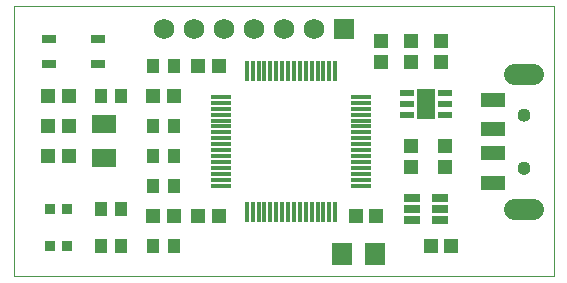
<source format=gts>
G75*
%MOIN*%
%OFA0B0*%
%FSLAX25Y25*%
%IPPOS*%
%LPD*%
%AMOC8*
5,1,8,0,0,1.08239X$1,22.5*
%
%ADD10C,0.00000*%
%ADD11R,0.06693X0.01575*%
%ADD12R,0.01575X0.06693*%
%ADD13R,0.04724X0.01969*%
%ADD14R,0.06496X0.10039*%
%ADD15R,0.04652X0.04534*%
%ADD16R,0.06699X0.07487*%
%ADD17R,0.04534X0.04652*%
%ADD18R,0.04337X0.04731*%
%ADD19R,0.07880X0.06306*%
%ADD20R,0.04528X0.02953*%
%ADD21R,0.05167X0.02657*%
%ADD22R,0.06900X0.06900*%
%ADD23C,0.06900*%
%ADD24C,0.07000*%
%ADD25C,0.04337*%
%ADD26R,0.08274X0.05124*%
%ADD27R,0.03550X0.03550*%
D10*
X0024428Y0011800D02*
X0024428Y0101800D01*
X0204428Y0101800D01*
X0204428Y0011800D01*
X0024428Y0011800D01*
X0192459Y0047942D02*
X0192461Y0048030D01*
X0192467Y0048118D01*
X0192477Y0048206D01*
X0192491Y0048294D01*
X0192508Y0048380D01*
X0192530Y0048466D01*
X0192555Y0048550D01*
X0192585Y0048634D01*
X0192617Y0048716D01*
X0192654Y0048796D01*
X0192694Y0048875D01*
X0192738Y0048952D01*
X0192785Y0049027D01*
X0192835Y0049099D01*
X0192889Y0049170D01*
X0192945Y0049237D01*
X0193005Y0049303D01*
X0193067Y0049365D01*
X0193133Y0049425D01*
X0193200Y0049481D01*
X0193271Y0049535D01*
X0193343Y0049585D01*
X0193418Y0049632D01*
X0193495Y0049676D01*
X0193574Y0049716D01*
X0193654Y0049753D01*
X0193736Y0049785D01*
X0193820Y0049815D01*
X0193904Y0049840D01*
X0193990Y0049862D01*
X0194076Y0049879D01*
X0194164Y0049893D01*
X0194252Y0049903D01*
X0194340Y0049909D01*
X0194428Y0049911D01*
X0194516Y0049909D01*
X0194604Y0049903D01*
X0194692Y0049893D01*
X0194780Y0049879D01*
X0194866Y0049862D01*
X0194952Y0049840D01*
X0195036Y0049815D01*
X0195120Y0049785D01*
X0195202Y0049753D01*
X0195282Y0049716D01*
X0195361Y0049676D01*
X0195438Y0049632D01*
X0195513Y0049585D01*
X0195585Y0049535D01*
X0195656Y0049481D01*
X0195723Y0049425D01*
X0195789Y0049365D01*
X0195851Y0049303D01*
X0195911Y0049237D01*
X0195967Y0049170D01*
X0196021Y0049099D01*
X0196071Y0049027D01*
X0196118Y0048952D01*
X0196162Y0048875D01*
X0196202Y0048796D01*
X0196239Y0048716D01*
X0196271Y0048634D01*
X0196301Y0048550D01*
X0196326Y0048466D01*
X0196348Y0048380D01*
X0196365Y0048294D01*
X0196379Y0048206D01*
X0196389Y0048118D01*
X0196395Y0048030D01*
X0196397Y0047942D01*
X0196395Y0047854D01*
X0196389Y0047766D01*
X0196379Y0047678D01*
X0196365Y0047590D01*
X0196348Y0047504D01*
X0196326Y0047418D01*
X0196301Y0047334D01*
X0196271Y0047250D01*
X0196239Y0047168D01*
X0196202Y0047088D01*
X0196162Y0047009D01*
X0196118Y0046932D01*
X0196071Y0046857D01*
X0196021Y0046785D01*
X0195967Y0046714D01*
X0195911Y0046647D01*
X0195851Y0046581D01*
X0195789Y0046519D01*
X0195723Y0046459D01*
X0195656Y0046403D01*
X0195585Y0046349D01*
X0195513Y0046299D01*
X0195438Y0046252D01*
X0195361Y0046208D01*
X0195282Y0046168D01*
X0195202Y0046131D01*
X0195120Y0046099D01*
X0195036Y0046069D01*
X0194952Y0046044D01*
X0194866Y0046022D01*
X0194780Y0046005D01*
X0194692Y0045991D01*
X0194604Y0045981D01*
X0194516Y0045975D01*
X0194428Y0045973D01*
X0194340Y0045975D01*
X0194252Y0045981D01*
X0194164Y0045991D01*
X0194076Y0046005D01*
X0193990Y0046022D01*
X0193904Y0046044D01*
X0193820Y0046069D01*
X0193736Y0046099D01*
X0193654Y0046131D01*
X0193574Y0046168D01*
X0193495Y0046208D01*
X0193418Y0046252D01*
X0193343Y0046299D01*
X0193271Y0046349D01*
X0193200Y0046403D01*
X0193133Y0046459D01*
X0193067Y0046519D01*
X0193005Y0046581D01*
X0192945Y0046647D01*
X0192889Y0046714D01*
X0192835Y0046785D01*
X0192785Y0046857D01*
X0192738Y0046932D01*
X0192694Y0047009D01*
X0192654Y0047088D01*
X0192617Y0047168D01*
X0192585Y0047250D01*
X0192555Y0047334D01*
X0192530Y0047418D01*
X0192508Y0047504D01*
X0192491Y0047590D01*
X0192477Y0047678D01*
X0192467Y0047766D01*
X0192461Y0047854D01*
X0192459Y0047942D01*
X0192459Y0065658D02*
X0192461Y0065746D01*
X0192467Y0065834D01*
X0192477Y0065922D01*
X0192491Y0066010D01*
X0192508Y0066096D01*
X0192530Y0066182D01*
X0192555Y0066266D01*
X0192585Y0066350D01*
X0192617Y0066432D01*
X0192654Y0066512D01*
X0192694Y0066591D01*
X0192738Y0066668D01*
X0192785Y0066743D01*
X0192835Y0066815D01*
X0192889Y0066886D01*
X0192945Y0066953D01*
X0193005Y0067019D01*
X0193067Y0067081D01*
X0193133Y0067141D01*
X0193200Y0067197D01*
X0193271Y0067251D01*
X0193343Y0067301D01*
X0193418Y0067348D01*
X0193495Y0067392D01*
X0193574Y0067432D01*
X0193654Y0067469D01*
X0193736Y0067501D01*
X0193820Y0067531D01*
X0193904Y0067556D01*
X0193990Y0067578D01*
X0194076Y0067595D01*
X0194164Y0067609D01*
X0194252Y0067619D01*
X0194340Y0067625D01*
X0194428Y0067627D01*
X0194516Y0067625D01*
X0194604Y0067619D01*
X0194692Y0067609D01*
X0194780Y0067595D01*
X0194866Y0067578D01*
X0194952Y0067556D01*
X0195036Y0067531D01*
X0195120Y0067501D01*
X0195202Y0067469D01*
X0195282Y0067432D01*
X0195361Y0067392D01*
X0195438Y0067348D01*
X0195513Y0067301D01*
X0195585Y0067251D01*
X0195656Y0067197D01*
X0195723Y0067141D01*
X0195789Y0067081D01*
X0195851Y0067019D01*
X0195911Y0066953D01*
X0195967Y0066886D01*
X0196021Y0066815D01*
X0196071Y0066743D01*
X0196118Y0066668D01*
X0196162Y0066591D01*
X0196202Y0066512D01*
X0196239Y0066432D01*
X0196271Y0066350D01*
X0196301Y0066266D01*
X0196326Y0066182D01*
X0196348Y0066096D01*
X0196365Y0066010D01*
X0196379Y0065922D01*
X0196389Y0065834D01*
X0196395Y0065746D01*
X0196397Y0065658D01*
X0196395Y0065570D01*
X0196389Y0065482D01*
X0196379Y0065394D01*
X0196365Y0065306D01*
X0196348Y0065220D01*
X0196326Y0065134D01*
X0196301Y0065050D01*
X0196271Y0064966D01*
X0196239Y0064884D01*
X0196202Y0064804D01*
X0196162Y0064725D01*
X0196118Y0064648D01*
X0196071Y0064573D01*
X0196021Y0064501D01*
X0195967Y0064430D01*
X0195911Y0064363D01*
X0195851Y0064297D01*
X0195789Y0064235D01*
X0195723Y0064175D01*
X0195656Y0064119D01*
X0195585Y0064065D01*
X0195513Y0064015D01*
X0195438Y0063968D01*
X0195361Y0063924D01*
X0195282Y0063884D01*
X0195202Y0063847D01*
X0195120Y0063815D01*
X0195036Y0063785D01*
X0194952Y0063760D01*
X0194866Y0063738D01*
X0194780Y0063721D01*
X0194692Y0063707D01*
X0194604Y0063697D01*
X0194516Y0063691D01*
X0194428Y0063689D01*
X0194340Y0063691D01*
X0194252Y0063697D01*
X0194164Y0063707D01*
X0194076Y0063721D01*
X0193990Y0063738D01*
X0193904Y0063760D01*
X0193820Y0063785D01*
X0193736Y0063815D01*
X0193654Y0063847D01*
X0193574Y0063884D01*
X0193495Y0063924D01*
X0193418Y0063968D01*
X0193343Y0064015D01*
X0193271Y0064065D01*
X0193200Y0064119D01*
X0193133Y0064175D01*
X0193067Y0064235D01*
X0193005Y0064297D01*
X0192945Y0064363D01*
X0192889Y0064430D01*
X0192835Y0064501D01*
X0192785Y0064573D01*
X0192738Y0064648D01*
X0192694Y0064725D01*
X0192654Y0064804D01*
X0192617Y0064884D01*
X0192585Y0064966D01*
X0192555Y0065050D01*
X0192530Y0065134D01*
X0192508Y0065220D01*
X0192491Y0065306D01*
X0192477Y0065394D01*
X0192467Y0065482D01*
X0192461Y0065570D01*
X0192459Y0065658D01*
D11*
X0140354Y0065658D03*
X0140354Y0067627D03*
X0140354Y0069595D03*
X0140354Y0071564D03*
X0140354Y0063690D03*
X0140354Y0061721D03*
X0140354Y0059753D03*
X0140354Y0057784D03*
X0140354Y0055816D03*
X0140354Y0053847D03*
X0140354Y0051879D03*
X0140354Y0049910D03*
X0140354Y0047942D03*
X0140354Y0045973D03*
X0140354Y0044005D03*
X0140354Y0042036D03*
X0093503Y0042036D03*
X0093503Y0044005D03*
X0093503Y0045973D03*
X0093503Y0047942D03*
X0093503Y0049910D03*
X0093503Y0051879D03*
X0093503Y0053847D03*
X0093503Y0055816D03*
X0093503Y0057784D03*
X0093503Y0059753D03*
X0093503Y0061721D03*
X0093503Y0063690D03*
X0093503Y0065658D03*
X0093503Y0067627D03*
X0093503Y0069595D03*
X0093503Y0071564D03*
D12*
X0102165Y0080225D03*
X0104133Y0080225D03*
X0106102Y0080225D03*
X0108070Y0080225D03*
X0110039Y0080225D03*
X0112007Y0080225D03*
X0113976Y0080225D03*
X0115944Y0080225D03*
X0117913Y0080225D03*
X0119881Y0080225D03*
X0121850Y0080225D03*
X0123818Y0080225D03*
X0125787Y0080225D03*
X0127755Y0080225D03*
X0129724Y0080225D03*
X0131692Y0080225D03*
X0131692Y0033375D03*
X0129724Y0033375D03*
X0127755Y0033375D03*
X0125787Y0033375D03*
X0123818Y0033375D03*
X0121850Y0033375D03*
X0119881Y0033375D03*
X0117913Y0033375D03*
X0115944Y0033375D03*
X0113976Y0033375D03*
X0112007Y0033375D03*
X0110039Y0033375D03*
X0108070Y0033375D03*
X0106102Y0033375D03*
X0104133Y0033375D03*
X0102165Y0033375D03*
D13*
X0155629Y0065560D03*
X0155629Y0069300D03*
X0155629Y0073040D03*
X0168228Y0073040D03*
X0168228Y0069300D03*
X0168228Y0065560D03*
D14*
X0161928Y0069300D03*
D15*
X0156928Y0055245D03*
X0168178Y0055245D03*
X0168178Y0048355D03*
X0156928Y0048355D03*
X0156928Y0083355D03*
X0166928Y0083355D03*
X0166928Y0090245D03*
X0156928Y0090245D03*
X0146928Y0090245D03*
X0146928Y0083355D03*
D16*
X0144940Y0019300D03*
X0133917Y0019300D03*
D17*
X0138484Y0031800D03*
X0145373Y0031800D03*
X0163484Y0021800D03*
X0170373Y0021800D03*
X0092873Y0031800D03*
X0085984Y0031800D03*
X0077873Y0031800D03*
X0070984Y0031800D03*
X0042873Y0051800D03*
X0035984Y0051800D03*
X0035984Y0061800D03*
X0042873Y0061800D03*
X0042873Y0071800D03*
X0035984Y0071800D03*
X0070984Y0071800D03*
X0077873Y0071800D03*
X0085984Y0081800D03*
X0092873Y0081800D03*
D18*
X0077775Y0081800D03*
X0071082Y0081800D03*
X0060275Y0071800D03*
X0053582Y0071800D03*
X0071082Y0061800D03*
X0077775Y0061800D03*
X0077775Y0051800D03*
X0071082Y0051800D03*
X0071082Y0041800D03*
X0077775Y0041800D03*
X0060275Y0034300D03*
X0053582Y0034300D03*
X0053582Y0021800D03*
X0060275Y0021800D03*
X0071082Y0021800D03*
X0077775Y0021800D03*
D19*
X0054428Y0051091D03*
X0054428Y0062509D03*
D20*
X0052598Y0082568D03*
X0036259Y0082568D03*
X0036259Y0091032D03*
X0052598Y0091032D03*
D21*
X0157376Y0038040D03*
X0157376Y0034300D03*
X0157376Y0030560D03*
X0166481Y0030560D03*
X0166481Y0034300D03*
X0166481Y0038040D03*
D22*
X0134428Y0094300D03*
D23*
X0124428Y0094300D03*
X0114428Y0094300D03*
X0104428Y0094300D03*
X0094428Y0094300D03*
X0084428Y0094300D03*
X0074428Y0094300D03*
D24*
X0191128Y0079241D02*
X0197728Y0079241D01*
X0197728Y0034359D02*
X0191128Y0034359D01*
D25*
X0194428Y0047942D03*
X0194428Y0065658D03*
D26*
X0184192Y0060737D03*
X0184192Y0052863D03*
X0184192Y0043020D03*
X0184192Y0070580D03*
D27*
X0042381Y0034300D03*
X0036476Y0034300D03*
X0036476Y0021800D03*
X0042381Y0021800D03*
M02*

</source>
